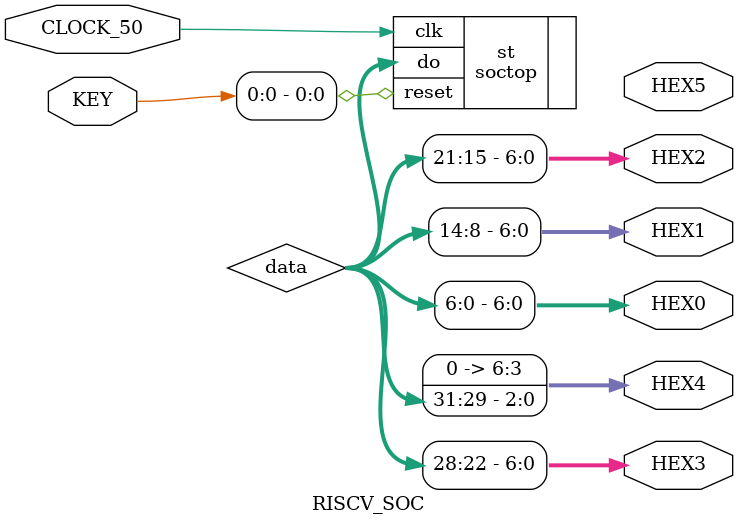
<source format=v>


module RISCV_SOC(

	//////////// CLOCK //////////
	input 		          		CLOCK_50,
/*	input 		          		CLOCK2_50,
	input 		          		CLOCK3_50,
	input 		          		CLOCK4_50,

	//////////// SDRAM //////////
	output		    [12:0]		DRAM_ADDR,
	output		     [1:0]		DRAM_BA,
	output		          		DRAM_CAS_N,
	output		          		DRAM_CKE,
	output		          		DRAM_CLK,
	output		          		DRAM_CS_N,
	inout 		    [15:0]		DRAM_DQ,
	output		          		DRAM_LDQM,
	output		          		DRAM_RAS_N,
	output		          		DRAM_UDQM,
	output		          		DRAM_WE_N,
*/
	//////////// SEG7 //////////
	output		     [6:0]		HEX0,
	output		     [6:0]		HEX1,
	output		     [6:0]		HEX2,
	output		     [6:0]		HEX3,
	output		     [6:0]		HEX4,
	output		     [6:0]		HEX5,

	//////////// KEY //////////
	input 		     [3:0]		KEY
/*
	//////////// LED //////////
	output		     [9:0]		LEDR,

	//////////// SW //////////
	input 		     [9:0]		SW,

	//////////// VGA //////////
	output		     [7:0]		VGA_B,
	output		          		VGA_BLANK_N,
	output		          		VGA_CLK,
	output		     [7:0]		VGA_G,
	output		          		VGA_HS,
	output		     [7:0]		VGA_R,
	output		          		VGA_SYNC_N,
	output		          		VGA_VS,

	//////////// GPIO_1, GPIO_1 connect to GPIO Default //////////
	inout 		    [35:0]		GPIO
*/
);



//=======================================================
//  REG/WIRE declarations
//=======================================================

	wire [31:0] data;
	assign HEX0 = data[7:0];
	assign HEX1 = data[14:8];
	assign HEX2 = data[21:15];
	assign HEX3 = data[28:22];
	assign HEX4 = data[31:29];

	soctop st(.clk(CLOCK_50), .reset(KEY[0]), .do(data));


//=======================================================
//  Structural coding
//=======================================================



endmodule

</source>
